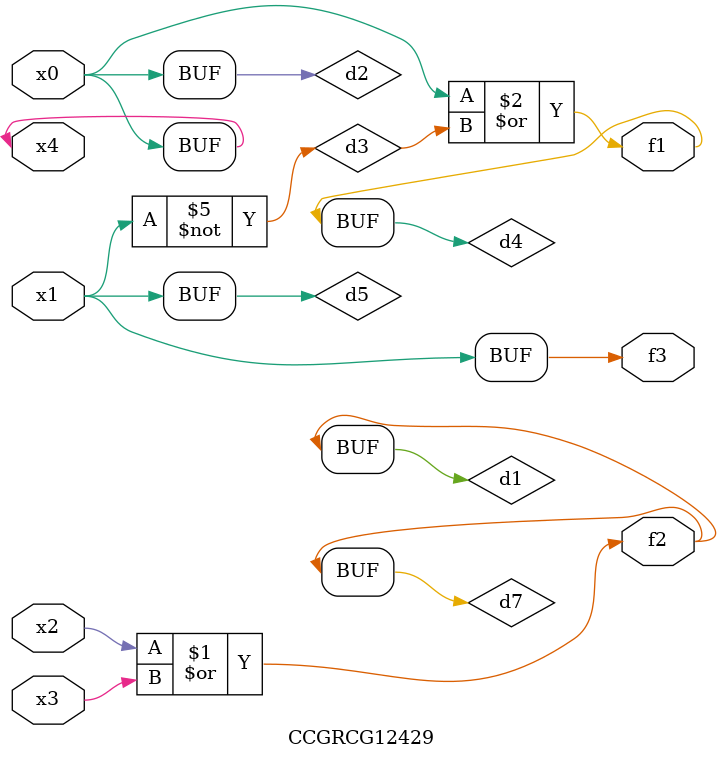
<source format=v>
module CCGRCG12429(
	input x0, x1, x2, x3, x4,
	output f1, f2, f3
);

	wire d1, d2, d3, d4, d5, d6, d7;

	or (d1, x2, x3);
	buf (d2, x0, x4);
	not (d3, x1);
	or (d4, d2, d3);
	not (d5, d3);
	nand (d6, d1, d3);
	or (d7, d1);
	assign f1 = d4;
	assign f2 = d7;
	assign f3 = d5;
endmodule

</source>
